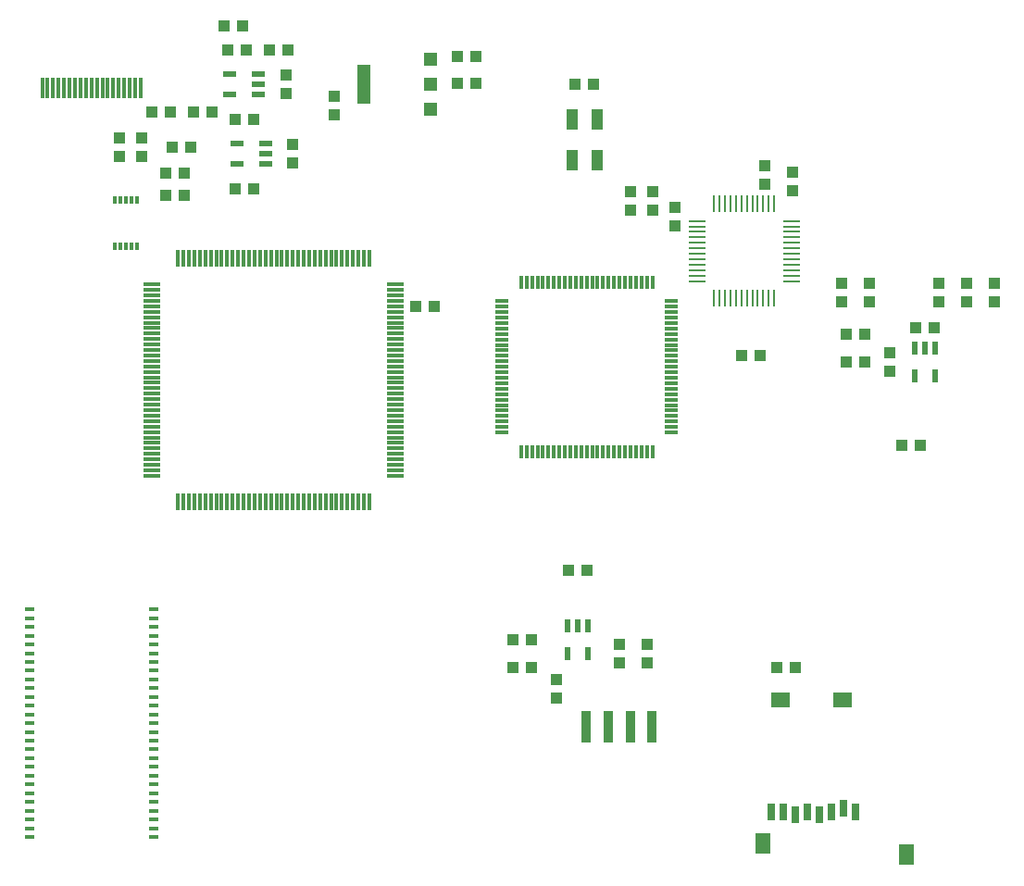
<source format=gtp>
G75*
G70*
%OFA0B0*%
%FSLAX24Y24*%
%IPPOS*%
%LPD*%
%AMOC8*
5,1,8,0,0,1.08239X$1,22.5*
%
%ADD10R,0.0709X0.0551*%
%ADD11R,0.0551X0.0748*%
%ADD12R,0.0315X0.0591*%
%ADD13R,0.0100X0.0591*%
%ADD14R,0.0591X0.0100*%
%ADD15R,0.0118X0.0630*%
%ADD16R,0.0630X0.0118*%
%ADD17R,0.0217X0.0472*%
%ADD18R,0.0394X0.0433*%
%ADD19R,0.0433X0.0394*%
%ADD20R,0.0472X0.0217*%
%ADD21R,0.0512X0.0512*%
%ADD22R,0.0512X0.1417*%
%ADD23R,0.0472X0.0118*%
%ADD24R,0.0118X0.0472*%
%ADD25R,0.0118X0.0748*%
%ADD26R,0.0354X0.0157*%
%ADD27R,0.0433X0.0748*%
%ADD28R,0.0354X0.1181*%
%ADD29R,0.0118X0.0276*%
D10*
X030407Y008132D03*
X032651Y008132D03*
D11*
X029777Y002955D03*
X034954Y002561D03*
D12*
X033120Y004077D03*
X032687Y004234D03*
X032254Y004077D03*
X031820Y003998D03*
X031387Y004077D03*
X030954Y003998D03*
X030521Y004077D03*
X030088Y004077D03*
D13*
X030183Y022597D03*
X029986Y022597D03*
X029789Y022597D03*
X029592Y022597D03*
X029395Y022597D03*
X029198Y022597D03*
X029002Y022597D03*
X028805Y022597D03*
X028608Y022597D03*
X028411Y022597D03*
X028214Y022597D03*
X028017Y022597D03*
X028017Y025983D03*
X028214Y025983D03*
X028411Y025983D03*
X028608Y025983D03*
X028805Y025983D03*
X029002Y025983D03*
X029198Y025983D03*
X029395Y025983D03*
X029592Y025983D03*
X029789Y025983D03*
X029986Y025983D03*
X030183Y025983D03*
D14*
X030793Y025372D03*
X030793Y025175D03*
X030793Y024979D03*
X030793Y024782D03*
X030793Y024585D03*
X030793Y024388D03*
X030793Y024191D03*
X030793Y023994D03*
X030793Y023797D03*
X030793Y023601D03*
X030793Y023404D03*
X030793Y023207D03*
X027407Y023207D03*
X027407Y023404D03*
X027407Y023601D03*
X027407Y023797D03*
X027407Y023994D03*
X027407Y024191D03*
X027407Y024388D03*
X027407Y024585D03*
X027407Y024782D03*
X027407Y024979D03*
X027407Y025175D03*
X027407Y025372D03*
D15*
X015606Y024013D03*
X015409Y024013D03*
X015212Y024013D03*
X015015Y024013D03*
X014818Y024013D03*
X014621Y024013D03*
X014424Y024013D03*
X014228Y024013D03*
X014031Y024013D03*
X013834Y024013D03*
X013637Y024013D03*
X013440Y024013D03*
X013243Y024013D03*
X013046Y024013D03*
X012850Y024013D03*
X012653Y024013D03*
X012456Y024013D03*
X012259Y024013D03*
X012062Y024013D03*
X011865Y024013D03*
X011669Y024013D03*
X011472Y024013D03*
X011275Y024013D03*
X011078Y024013D03*
X010881Y024013D03*
X010684Y024013D03*
X010487Y024013D03*
X010291Y024013D03*
X010094Y024013D03*
X009897Y024013D03*
X009700Y024013D03*
X009503Y024013D03*
X009306Y024013D03*
X009109Y024013D03*
X008913Y024013D03*
X008716Y024013D03*
X008716Y015273D03*
X008913Y015273D03*
X009109Y015273D03*
X009306Y015273D03*
X009503Y015273D03*
X009700Y015273D03*
X009897Y015273D03*
X010094Y015273D03*
X010291Y015273D03*
X010487Y015273D03*
X010684Y015273D03*
X010881Y015273D03*
X011078Y015273D03*
X011275Y015273D03*
X011472Y015273D03*
X011669Y015273D03*
X011865Y015273D03*
X012062Y015273D03*
X012259Y015273D03*
X012456Y015273D03*
X012653Y015273D03*
X012850Y015273D03*
X013046Y015273D03*
X013243Y015273D03*
X013440Y015273D03*
X013637Y015273D03*
X013834Y015273D03*
X014031Y015273D03*
X014228Y015273D03*
X014424Y015273D03*
X014621Y015273D03*
X014818Y015273D03*
X015015Y015273D03*
X015212Y015273D03*
X015409Y015273D03*
X015606Y015273D03*
D16*
X016531Y016198D03*
X016531Y016395D03*
X016531Y016592D03*
X016531Y016789D03*
X016531Y016986D03*
X016531Y017183D03*
X016531Y017379D03*
X016531Y017576D03*
X016531Y017773D03*
X016531Y017970D03*
X016531Y018167D03*
X016531Y018364D03*
X016531Y018560D03*
X016531Y018757D03*
X016531Y018954D03*
X016531Y019151D03*
X016531Y019348D03*
X016531Y019545D03*
X016531Y019742D03*
X016531Y019938D03*
X016531Y020135D03*
X016531Y020332D03*
X016531Y020529D03*
X016531Y020726D03*
X016531Y020923D03*
X016531Y021120D03*
X016531Y021316D03*
X016531Y021513D03*
X016531Y021710D03*
X016531Y021907D03*
X016531Y022104D03*
X016531Y022301D03*
X016531Y022497D03*
X016531Y022694D03*
X016531Y022891D03*
X016531Y023088D03*
X007791Y023088D03*
X007791Y022891D03*
X007791Y022694D03*
X007791Y022497D03*
X007791Y022301D03*
X007791Y022104D03*
X007791Y021907D03*
X007791Y021710D03*
X007791Y021513D03*
X007791Y021316D03*
X007791Y021120D03*
X007791Y020923D03*
X007791Y020726D03*
X007791Y020529D03*
X007791Y020332D03*
X007791Y020135D03*
X007791Y019938D03*
X007791Y019742D03*
X007791Y019545D03*
X007791Y019348D03*
X007791Y019151D03*
X007791Y018954D03*
X007791Y018757D03*
X007791Y018560D03*
X007791Y018364D03*
X007791Y018167D03*
X007791Y017970D03*
X007791Y017773D03*
X007791Y017576D03*
X007791Y017379D03*
X007791Y017183D03*
X007791Y016986D03*
X007791Y016789D03*
X007791Y016592D03*
X007791Y016395D03*
X007791Y016198D03*
D17*
X022726Y010801D03*
X023100Y010801D03*
X023474Y010801D03*
X023474Y009778D03*
X022726Y009778D03*
X035226Y019778D03*
X035974Y019778D03*
X035974Y020801D03*
X035600Y020801D03*
X035226Y020801D03*
D18*
X034350Y020624D03*
X034350Y019955D03*
X033600Y022455D03*
X033600Y023124D03*
X032600Y023124D03*
X032600Y022455D03*
X036100Y022455D03*
X036100Y023124D03*
X037100Y023124D03*
X037100Y022455D03*
X038100Y022455D03*
X038100Y023124D03*
X030850Y026455D03*
X030850Y027124D03*
X029850Y027374D03*
X029850Y026705D03*
X026600Y025874D03*
X026600Y025205D03*
X025800Y025755D03*
X025800Y026424D03*
X025000Y026424D03*
X025000Y025755D03*
X014350Y029205D03*
X014350Y029874D03*
X012600Y029955D03*
X012600Y030624D03*
X012850Y028124D03*
X012850Y027455D03*
X007400Y027705D03*
X007400Y028374D03*
X006600Y028374D03*
X006600Y027705D03*
X024600Y010124D03*
X024600Y009455D03*
X025600Y009455D03*
X025600Y010124D03*
X022350Y008874D03*
X022350Y008205D03*
D19*
X021435Y009290D03*
X020765Y009290D03*
X020765Y010290D03*
X021435Y010290D03*
X022765Y012790D03*
X023435Y012790D03*
X030265Y009290D03*
X030935Y009290D03*
X034765Y017290D03*
X035435Y017290D03*
X033435Y020290D03*
X032765Y020290D03*
X032765Y021290D03*
X033435Y021290D03*
X035265Y021540D03*
X035935Y021540D03*
X029685Y020540D03*
X029015Y020540D03*
X017935Y022290D03*
X017265Y022290D03*
X011435Y026540D03*
X010765Y026540D03*
X008935Y026290D03*
X008265Y026290D03*
X008265Y027090D03*
X008935Y027090D03*
X009185Y028040D03*
X008515Y028040D03*
X008435Y029290D03*
X007765Y029290D03*
X009265Y029290D03*
X009935Y029290D03*
X010765Y029040D03*
X011435Y029040D03*
X011185Y031540D03*
X010515Y031540D03*
X010365Y032390D03*
X011035Y032390D03*
X012015Y031540D03*
X012685Y031540D03*
X018765Y031290D03*
X019435Y031290D03*
X019435Y030340D03*
X018765Y030340D03*
X023015Y030290D03*
X023685Y030290D03*
D20*
X011862Y028164D03*
X011862Y027790D03*
X011862Y027416D03*
X010838Y027416D03*
X010838Y028164D03*
X010588Y029916D03*
X010588Y030664D03*
X011612Y030664D03*
X011612Y030290D03*
X011612Y029916D03*
D21*
X017801Y030290D03*
X017801Y031195D03*
X017801Y029384D03*
D22*
X015399Y030290D03*
D23*
X020380Y022483D03*
X020380Y022286D03*
X020380Y022090D03*
X020380Y021893D03*
X020380Y021696D03*
X020380Y021499D03*
X020380Y021302D03*
X020380Y021105D03*
X020380Y020908D03*
X020380Y020712D03*
X020380Y020515D03*
X020380Y020318D03*
X020380Y020121D03*
X020380Y019924D03*
X020380Y019727D03*
X020380Y019531D03*
X020380Y019334D03*
X020380Y019137D03*
X020380Y018940D03*
X020380Y018743D03*
X020380Y018546D03*
X020380Y018349D03*
X020380Y018153D03*
X020380Y017956D03*
X020380Y017759D03*
X026483Y017759D03*
X026483Y017956D03*
X026483Y018153D03*
X026483Y018349D03*
X026483Y018546D03*
X026483Y018743D03*
X026483Y018940D03*
X026483Y019137D03*
X026483Y019334D03*
X026483Y019531D03*
X026483Y019727D03*
X026483Y019924D03*
X026483Y020121D03*
X026483Y020318D03*
X026483Y020515D03*
X026483Y020712D03*
X026483Y020908D03*
X026483Y021105D03*
X026483Y021302D03*
X026483Y021499D03*
X026483Y021696D03*
X026483Y021893D03*
X026483Y022090D03*
X026483Y022286D03*
X026483Y022483D03*
D24*
X025794Y023172D03*
X025597Y023172D03*
X025400Y023172D03*
X025203Y023172D03*
X025006Y023172D03*
X024809Y023172D03*
X024613Y023172D03*
X024416Y023172D03*
X024219Y023172D03*
X024022Y023172D03*
X023825Y023172D03*
X023628Y023172D03*
X023431Y023172D03*
X023235Y023172D03*
X023038Y023172D03*
X022841Y023172D03*
X022644Y023172D03*
X022447Y023172D03*
X022250Y023172D03*
X022054Y023172D03*
X021857Y023172D03*
X021660Y023172D03*
X021463Y023172D03*
X021266Y023172D03*
X021069Y023172D03*
X021069Y017070D03*
X021266Y017070D03*
X021463Y017070D03*
X021660Y017070D03*
X021857Y017070D03*
X022054Y017070D03*
X022250Y017070D03*
X022447Y017070D03*
X022644Y017070D03*
X022841Y017070D03*
X023038Y017070D03*
X023235Y017070D03*
X023431Y017070D03*
X023628Y017070D03*
X023825Y017070D03*
X024022Y017070D03*
X024219Y017070D03*
X024416Y017070D03*
X024613Y017070D03*
X024809Y017070D03*
X025006Y017070D03*
X025203Y017070D03*
X025400Y017070D03*
X025597Y017070D03*
X025794Y017070D03*
D25*
X007372Y030166D03*
X007175Y030166D03*
X006978Y030166D03*
X006781Y030166D03*
X006584Y030166D03*
X006387Y030166D03*
X006191Y030166D03*
X005994Y030166D03*
X005797Y030166D03*
X005600Y030166D03*
X005403Y030166D03*
X005206Y030166D03*
X005009Y030166D03*
X004813Y030166D03*
X004616Y030166D03*
X004419Y030166D03*
X004222Y030166D03*
X004025Y030166D03*
X003828Y030166D03*
D26*
X003364Y003195D03*
X003364Y003510D03*
X003364Y003825D03*
X003364Y004140D03*
X003364Y004455D03*
X003364Y004770D03*
X003364Y005085D03*
X003364Y005400D03*
X003364Y005715D03*
X003364Y006030D03*
X003364Y006345D03*
X003364Y006660D03*
X003364Y006975D03*
X003364Y007290D03*
X003364Y007605D03*
X003364Y007920D03*
X003364Y008234D03*
X003364Y008549D03*
X003364Y008864D03*
X003364Y009179D03*
X003364Y009494D03*
X003364Y009809D03*
X003364Y010124D03*
X003364Y010439D03*
X003364Y010754D03*
X003364Y011069D03*
X003364Y011384D03*
X007836Y011384D03*
X007836Y011069D03*
X007836Y010754D03*
X007836Y010439D03*
X007836Y010124D03*
X007836Y009809D03*
X007836Y009494D03*
X007836Y009179D03*
X007836Y008864D03*
X007836Y008549D03*
X007836Y008234D03*
X007836Y007920D03*
X007836Y007605D03*
X007836Y007290D03*
X007836Y006975D03*
X007836Y006660D03*
X007836Y006345D03*
X007836Y006030D03*
X007836Y005715D03*
X007836Y005400D03*
X007836Y005085D03*
X007836Y004770D03*
X007836Y004455D03*
X007836Y004140D03*
X007836Y003825D03*
X007836Y003510D03*
X007836Y003195D03*
D27*
X022897Y027561D03*
X023803Y027561D03*
X023803Y029018D03*
X022897Y029018D03*
D28*
X023419Y007148D03*
X024206Y007148D03*
X024994Y007148D03*
X025781Y007148D03*
D29*
X007244Y024463D03*
X007047Y024463D03*
X006850Y024463D03*
X006653Y024463D03*
X006456Y024463D03*
X006456Y026116D03*
X006653Y026116D03*
X006850Y026116D03*
X007047Y026116D03*
X007244Y026116D03*
M02*

</source>
